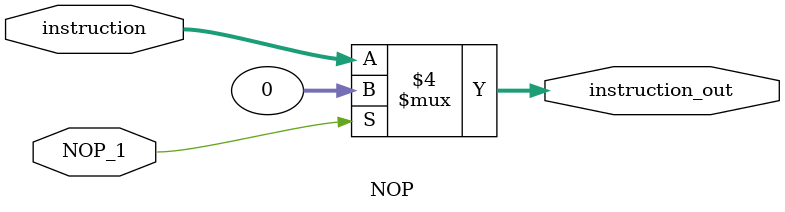
<source format=v>
module NOP(
input NOP_1,
input [31:0] instruction, 
output reg [31:0] instruction_out);

always@*
begin
if(NOP_1==1)
	instruction_out = 0;
else 
	instruction_out = instruction;

end
endmodule 
</source>
